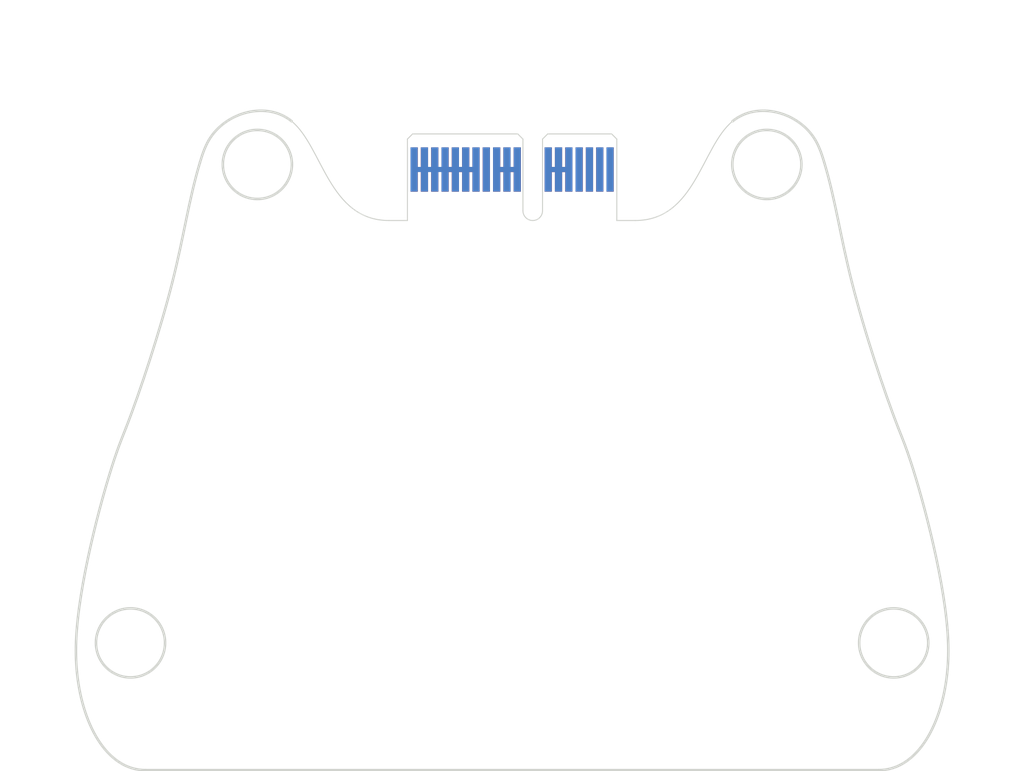
<source format=kicad_pcb>
(kicad_pcb (version 20240108) (generator "pcbnew") (generator_version "8.0")
  (layers (0 "F.Cu" signal) (31 "B.Cu" signal) (34 "B.Paste" user) (35 "F.Paste" user) (36 "B.SilkS" user "B.Silkscreen") (37 "F.SilkS" user "F.Silkscreen") (38 "B.Mask" user) (39 "F.Mask" user) (44 "Edge.Cuts" user))
  (net 0 "")
  (net 1 "+7.4V")
  (net 4 "GND")
  (net 5 "+3.3V")
  (net 6 "+5V")
  (net 7 "CANN")
  (net 8 "CANP")
  (footprint "Connector_PCBEdge:BUS_PCIexpress_x1" (layer "B.Cu") (at 136.913 64.138595)
    (property "Reference" "J1" (hide yes))
    (property "Value" "Bus_PCI_Express_x1" (hide yes))
    (fp_line (start -0.65 -2.95) (end -0.65 4.95) (stroke (width 0.1)) (layer "Edge.Cuts"))
    (fp_line (start -0.15 -3.45) (end -0.65 -2.95) (stroke (width 0.1)) (layer "Edge.Cuts"))
    (fp_line (start 10.05 -3.45) (end -0.15 -3.45) (stroke (width 0.1)) (layer "Edge.Cuts"))
    (fp_line (start 10.05 -3.45) (end 10.55 -2.95) (stroke (width 0.1)) (layer "Edge.Cuts"))
    (fp_line (start 10.55 -2.95) (end 10.55 4) (stroke (width 0.1)) (layer "Edge.Cuts"))
    (fp_line (start 12.45 -2.95) (end 12.45 4) (stroke (width 0.1)) (layer "Edge.Cuts"))
    (fp_line (start 12.95 -3.45) (end 12.45 -2.95) (stroke (width 0.1)) (layer "Edge.Cuts"))
    (fp_line (start 19.15 -3.45) (end 12.95 -3.45) (stroke (width 0.1)) (layer "Edge.Cuts"))
    (fp_line (start 19.15 -3.45) (end 19.65 -2.95) (stroke (width 0.1)) (layer "Edge.Cuts"))
    (fp_line (start 19.65 -2.95) (end 19.65 4.95) (stroke (width 0.1)) (layer "Edge.Cuts"))
    (fp_arc (start 12.45 4) (mid 11.5 4.95) (end 10.55 4) (stroke (width 0.1)) (layer "Edge.Cuts"))
    (pad "A1" connect rect (at 0 0) (size 0.7 4.3) (layers "F.Cu" "F.Mask") (net 8 "CANP"))
    (pad "A2" connect rect (at 1 0) (size 0.7 4.3) (layers "F.Cu" "F.Mask"))
    (pad "A3" connect rect (at 2 0) (size 0.7 4.3) (layers "F.Cu" "F.Mask") (net 7 "CANN"))
    (pad "A4" connect rect (at 3 0) (size 0.7 4.3) (layers "F.Cu" "F.Mask") (net 4 "GND"))
    (pad "A5" connect rect (at 4 0) (size 0.7 4.3) (layers "F.Cu" "F.Mask") (net 4 "GND"))
    (pad "A6" connect rect (at 5 0) (size 0.7 4.3) (layers "F.Cu" "F.Mask") (net 4 "GND"))
    (pad "A7" connect rect (at 6 0) (size 0.7 4.3) (layers "F.Cu" "F.Mask") (net 4 "GND"))
    (pad "A8" connect rect (at 7 0) (size 0.7 4.3) (layers "F.Cu" "F.Mask"))
    (pad "A9" connect rect (at 8 0) (size 0.7 4.3) (layers "F.Cu" "F.Mask") (net 5 "+3.3V"))
    (pad "A10" connect rect (at 9 0) (size 0.7 4.3) (layers "F.Cu" "F.Mask") (net 5 "+3.3V"))
    (pad "A11" connect rect (at 10 0) (size 0.7 4.3) (layers "F.Cu" "F.Mask") (net 5 "+3.3V"))
    (pad "A12" connect rect (at 13 0) (size 0.7 4.3) (layers "F.Cu" "F.Mask") (net 6 "+5V"))
    (pad "A13" connect rect (at 14 0) (size 0.7 4.3) (layers "F.Cu" "F.Mask") (net 6 "+5V"))
    (pad "A14" connect rect (at 15 0) (size 0.7 4.3) (layers "F.Cu" "F.Mask") (net 6 "+5V"))
    (pad "A15" connect rect (at 16 0) (size 0.7 4.3) (layers "F.Cu" "F.Mask"))
    (pad "A16" connect rect (at 17 0) (size 0.7 4.3) (layers "F.Cu" "F.Mask") (net 1 "+7.4V"))
    (pad "A17" connect rect (at 18 0) (size 0.7 4.3) (layers "F.Cu" "F.Mask") (net 1 "+7.4V"))
    (pad "A18" connect rect (at 19 0) (size 0.7 4.3) (layers "F.Cu" "F.Mask") (net 1 "+7.4V"))
    (pad "B1" connect rect (at 0 0) (size 0.7 4.3) (layers "B.Cu" "B.Mask") (net 4 "GND"))
    (pad "B2" connect rect (at 1 0) (size 0.7 4.3) (layers "B.Cu" "B.Mask") (net 4 "GND"))
    (pad "B3" connect rect (at 2 0) (size 0.7 4.3) (layers "B.Cu" "B.Mask") (net 4 "GND"))
    (pad "B4" connect rect (at 3 0) (size 0.7 4.3) (layers "B.Cu" "B.Mask") (net 4 "GND"))
    (pad "B5" connect rect (at 4 0) (size 0.7 4.3) (layers "B.Cu" "B.Mask") (net 4 "GND"))
    (pad "B6" connect rect (at 5 0) (size 0.7 4.3) (layers "B.Cu" "B.Mask") (net 4 "GND"))
    (pad "B7" connect rect (at 6 0) (size 0.7 4.3) (layers "B.Cu" "B.Mask") (net 4 "GND"))
    (pad "B8" connect rect (at 7 0) (size 0.7 4.3) (layers "B.Cu" "B.Mask"))
    (pad "B9" connect rect (at 8 0) (size 0.7 4.3) (layers "B.Cu" "B.Mask") (net 5 "+3.3V"))
    (pad "B10" connect rect (at 9 0) (size 0.7 4.3) (layers "B.Cu" "B.Mask") (net 5 "+3.3V"))
    (pad "B11" connect rect (at 10 0) (size 0.7 4.3) (layers "B.Cu" "B.Mask") (net 5 "+3.3V"))
    (pad "B12" connect rect (at 13 0) (size 0.7 4.3) (layers "B.Cu" "B.Mask") (net 6 "+5V"))
    (pad "B13" connect rect (at 14 0) (size 0.7 4.3) (layers "B.Cu" "B.Mask") (net 6 "+5V"))
    (pad "B14" connect rect (at 15 0) (size 0.7 4.3) (layers "B.Cu" "B.Mask") (net 6 "+5V"))
    (pad "B15" connect rect (at 16 0) (size 0.7 4.3) (layers "B.Cu" "B.Mask"))
    (pad "B16" connect rect (at 17 0) (size 0.7 4.3) (layers "B.Cu" "B.Mask") (net 1 "+7.4V"))
    (pad "B17" connect rect (at 18 0) (size 0.7 4.3) (layers "B.Cu" "B.Mask") (net 1 "+7.4V"))
    (pad "B18" connect rect (at 19 0) (size 0.7 4.3) (layers "B.Cu" "B.Mask") (net 1 "+7.4V"))
  )
  (gr_curve (pts (xy 104.200217 108.833629) (xy 104.094575 110.19876) (xy 104.091862 111.420188) (xy 104.19191 112.609777)) (stroke (width 0.25)) (layer "Edge.Cuts"))
  (gr_curve (pts (xy 158.353479 69.088595) (xy 164.183489 69.088595) (xy 164.78237 61.925014) (xy 167.784109 59.460642)) (stroke (width 0.1)) (layer "Edge.Cuts"))
  (gr_circle (center 121.713305 63.648595) (end 118.363305 63.648595) (stroke (width 0.25)) (fill none) (layer "Edge.Cuts"))
  (gr_curve (pts (xy 108.082735 91.544879) (xy 106.804268 95.195924) (xy 104.634104 103.226822) (xy 104.200217 108.833629)) (stroke (width 0.25)) (layer "Edge.Cuts"))
  (gr_curve (pts (xy 104.19191 112.609777) (xy 104.630063 117.81952) (xy 107.039118 122.418595) (xy 110.892405 122.418595)) (stroke (width 0.25)) (layer "Edge.Cuts"))
  (gr_curve (pts (xy 167.784109 59.460642) (xy 170.210083 57.468961) (xy 174.205534 58.546668) (xy 175.818121 61.288482)) (stroke (width 0.25)) (layer "Edge.Cuts"))
  (gr_curve (pts (xy 188.626393 108.833629) (xy 188.732035 110.19876) (xy 188.734748 111.420188) (xy 188.6347 112.609777)) (stroke (width 0.25)) (layer "Edge.Cuts"))
  (gr_curve (pts (xy 134.473131 69.088595) (xy 128.64312 69.088595) (xy 128.044239 61.925014) (xy 125.042501 59.460642)) (stroke (width 0.1)) (layer "Edge.Cuts"))
  (gr_curve (pts (xy 113.472466 75.059248) (xy 112.290838 79.754285) (xy 110.351021 85.669927) (xy 108.978354 89.194163)) (stroke (width 0.25)) (layer "Edge.Cuts"))
  (gr_curve (pts (xy 188.6347 112.609777) (xy 188.196547 117.81952) (xy 185.787491 122.418595) (xy 181.934204 122.418595)) (stroke (width 0.25)) (layer "Edge.Cuts"))
  (gr_curve (pts (xy 176.687263 63.480371) (xy 177.785498 67.180024) (xy 178.221514 70.558899) (xy 179.354144 75.059248)) (stroke (width 0.25)) (layer "Edge.Cuts"))
  (gr_curve (pts (xy 179.354144 75.059248) (xy 180.535772 79.754285) (xy 182.475589 85.669927) (xy 183.848256 89.194163)) (stroke (width 0.25)) (layer "Edge.Cuts"))
  (gr_circle (center 183.413305 110.068595) (end 180.063305 110.068595) (stroke (width 0.25)) (fill none) (layer "Edge.Cuts"))
  (gr_circle (center 109.413305 110.068595) (end 106.063305 110.068595) (stroke (width 0.25)) (fill none) (layer "Edge.Cuts"))
  (gr_line (start 181.934204 122.418595) (end 110.892405 122.418595) (stroke (width 0.25)) (layer "Edge.Cuts"))
  (gr_curve (pts (xy 184.743874 91.544879) (xy 186.022342 95.195924) (xy 188.192506 103.226822) (xy 188.626393 108.833629)) (stroke (width 0.25)) (layer "Edge.Cuts"))
  (gr_line (start 136.263 69.088595) (end 134.473131 69.088595) (stroke (width 0.1)) (layer "Edge.Cuts"))
  (gr_curve (pts (xy 116.139346 63.480371) (xy 115.041112 67.180024) (xy 114.605095 70.558899) (xy 113.472466 75.059248)) (stroke (width 0.25)) (layer "Edge.Cuts"))
  (gr_curve (pts (xy 117.008488 61.288482) (xy 116.615003 61.957508) (xy 116.363394 62.725615) (xy 116.139346 63.480371)) (stroke (width 0.25)) (layer "Edge.Cuts"))
  (gr_curve (pts (xy 175.818121 61.288482) (xy 176.211606 61.957508) (xy 176.463215 62.725615) (xy 176.687263 63.480371)) (stroke (width 0.25)) (layer "Edge.Cuts"))
  (gr_circle (center 171.113305 63.648595) (end 167.763305 63.648595) (stroke (width 0.25)) (fill none) (layer "Edge.Cuts"))
  (gr_curve (pts (xy 108.978354 89.194163) (xy 108.681873 89.955359) (xy 108.41185 90.604993) (xy 108.082735 91.544879)) (stroke (width 0.25)) (layer "Edge.Cuts"))
  (gr_line (start 156.563305 69.088595) (end 158.353479 69.088595) (stroke (width 0.1)) (layer "Edge.Cuts"))
  (gr_curve (pts (xy 125.042501 59.460642) (xy 122.616527 57.468961) (xy 118.621076 58.546668) (xy 117.008488 61.288482)) (stroke (width 0.25)) (layer "Edge.Cuts"))
  (gr_curve (pts (xy 183.848256 89.194163) (xy 184.144737 89.955359) (xy 184.414759 90.604993) (xy 184.743874 91.544879)) (stroke (width 0.25)) (layer "Edge.Cuts"))
  (segment (start 142.913 64.138595) (end 139.913 64.138595) (width 0.5) (layer "F.Cu") (net 4))
  (segment (start 142.913 64.138595) (end 136.913 64.138595) (width 0.5) (layer "B.Cu") (net 4))
  (segment (start 144.913 64.138595) (end 146.913 64.138595) (width 0.5) (layer "F.Cu") (net 5))
  (segment (start 144.913 64.138595) (end 146.913 64.138595) (width 0.5) (layer "B.Cu") (net 5))
  (segment (start 151.913 64.138595) (end 151.912562 64.138157) (width 0.6) (layer "F.Cu") (net 6))
  (segment (start 151.912562 64.138157) (end 150.059553 64.138157) (width 0.5) (layer "F.Cu") (net 6))
  (segment (start 151.832276 64.140598) (end 149.979267 64.140598) (width 0.5) (layer "B.Cu") (net 6))
  (segment (start 138.913 66.156149) (end 138.913 64.138595) (width 0.16) (layer "F.Cu") (net 7))
  (segment (start 136.913 66.1463) (end 136.913 64.138595) (width 0.16) (layer "F.Cu") (net 8))
)
</source>
